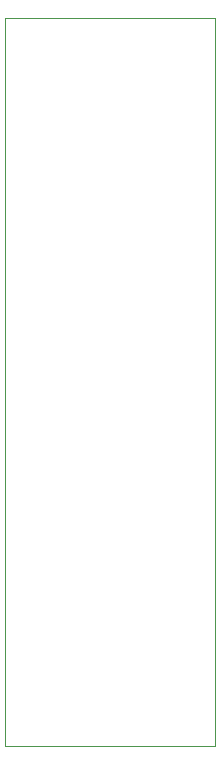
<source format=gko>
G04 Layer_Color=16711935*
%FSAX24Y24*%
%MOIN*%
G70*
G01*
G75*
%ADD25C,0.0010*%
D25*
X010000Y010000D02*
Y034250D01*
X017000D01*
Y010000D02*
Y034250D01*
X010000Y010000D02*
X017000D01*
M02*

</source>
